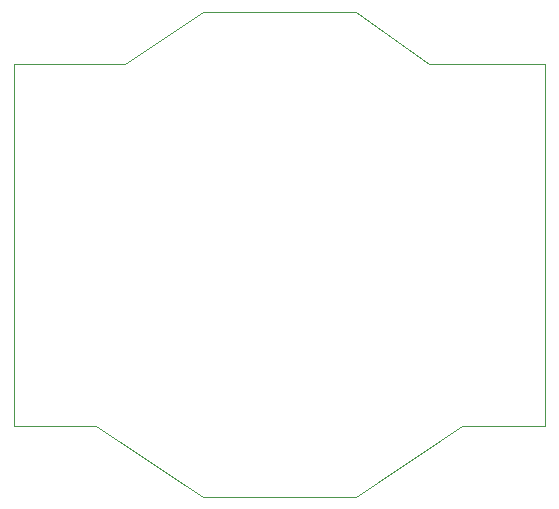
<source format=gbr>
%TF.GenerationSoftware,KiCad,Pcbnew,5.1.5+dfsg1-2~bpo10+1*%
%TF.CreationDate,Date%
%TF.ProjectId,osw,6f73772e-6b69-4636-9164-5f7063625858,1.0*%
%TF.SameCoordinates,Original*%
%TF.FileFunction,Profile,NP*%
%FSLAX46Y46*%
G04 Gerber Fmt 4.6, Leading zero omitted, Abs format (unit mm)*
G04 Created by KiCad*
%MOMM*%
%LPD*%
G04 APERTURE LIST*
%TA.AperFunction,Profile*%
%ADD10C,0.050000*%
%TD*%
G04 APERTURE END LIST*
D10*
X153500000Y-130500000D02*
X144500000Y-124500000D01*
X175500000Y-124500000D02*
X166500000Y-130500000D01*
X166500000Y-89500000D02*
X172700000Y-93900000D01*
X153500000Y-89500000D02*
X146900000Y-93900000D01*
X160000000Y-89500000D02*
X153500000Y-89500000D01*
X160000000Y-130500000D02*
X153500000Y-130500000D01*
X166500000Y-130500000D02*
X160000000Y-130500000D01*
X160000000Y-89500000D02*
X166500000Y-89500000D01*
X182500000Y-124500000D02*
X175500000Y-124500000D01*
X182500000Y-93900000D02*
X172700000Y-93900000D01*
X137500000Y-93900000D02*
X146900000Y-93900000D01*
X137500000Y-124500000D02*
X144500000Y-124500000D01*
X137500000Y-110000000D02*
X137500000Y-124500000D01*
X137500000Y-110000000D02*
X137500000Y-93900000D01*
X182500000Y-110000000D02*
X182500000Y-124500000D01*
X182500000Y-110000000D02*
X182500000Y-93900000D01*
M02*

</source>
